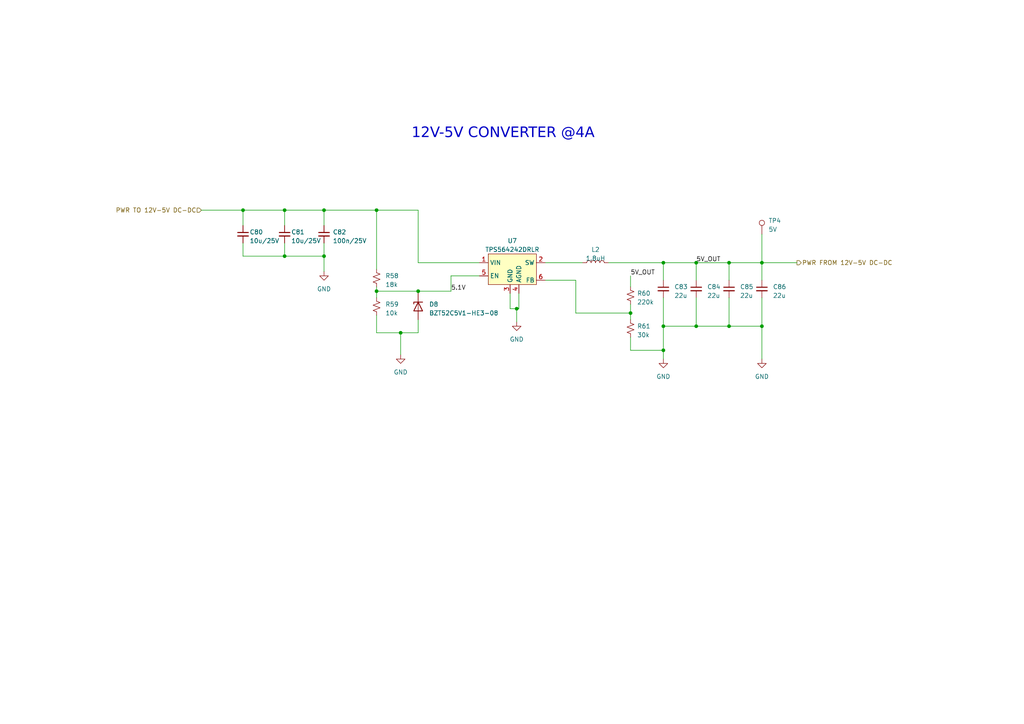
<source format=kicad_sch>
(kicad_sch (version 20230121) (generator eeschema)
  (paper "A4")
  (lib_symbols
    (symbol "Connector:TestPoint" (pin_numbers hide) (pin_names (offset 0.762) hide)
      (property "Reference" "TP" (at 0 6.858 0))
      (property "Value" "TestPoint" (at 0 5.08 0))
      (symbol "TestPoint_0_1"
        (circle (center 0 3.302) (radius 0.762))
      )
      (symbol "TestPoint_1_1"
        (pin passive line (at 0 0 90) (length 2.54) (name "1") (number "1"))
      )
    )
    (symbol "Device:C_Small" (pin_numbers hide) (pin_names (offset 0.254) hide)
      (property "Reference" "C" (at 0.254 1.778 0))
      (property "Value" "C_Small" (at 0.254 -2.032 0))
      (symbol "C_Small_0_1"
        (polyline (pts (xy -1.524 -0.508) (xy 1.524 -0.508)) (stroke (width 0.3302)))
        (polyline (pts (xy -1.524 0.508) (xy 1.524 0.508)) (stroke (width 0.3048)))
      )
      (symbol "C_Small_1_1"
        (pin passive line (at 0 2.54 270) (length 2.032) (name "~") (number "1"))
        (pin passive line (at 0 -2.54 90) (length 2.032) (name "~") (number "2"))
      )
    )
    (symbol "Device:D_Zener" (pin_numbers hide) (pin_names (offset 1.016) hide)
      (property "Reference" "D" (at 0 2.54 0))
      (property "Value" "D_Zener" (at 0 -2.54 0))
      (symbol "D_Zener_0_1"
        (polyline (pts (xy 1.27 0) (xy -1.27 0)))
        (polyline (pts (xy -1.27 -1.27) (xy -1.27 1.27) (xy -0.762 1.27)) (stroke (width 0.254)))
        (polyline (pts (xy 1.27 -1.27) (xy 1.27 1.27) (xy -1.27 0) (xy 1.27 -1.27)) (stroke (width 0.254)))
      )
      (symbol "D_Zener_1_1"
        (pin passive line (at -3.81 0 0) (length 2.54) (name "K") (number "1"))
        (pin passive line (at 3.81 0 180) (length 2.54) (name "A") (number "2"))
      )
    )
    (symbol "Device:L" (pin_numbers hide) (pin_names (offset 1.016) hide)
      (property "Reference" "L" (at -1.27 0 90))
      (property "Value" "L" (at 1.905 0 90))
      (symbol "L_0_1"
        (arc (start 0 -2.54) (mid 0.6323 -1.905) (end 0 -1.27))
        (arc (start 0 -1.27) (mid 0.6323 -0.635) (end 0 0))
        (arc (start 0 0) (mid 0.6323 0.635) (end 0 1.27))
        (arc (start 0 1.27) (mid 0.6323 1.905) (end 0 2.54))
      )
      (symbol "L_1_1"
        (pin passive line (at 0 3.81 270) (length 1.27) (name "1") (number "1"))
        (pin passive line (at 0 -3.81 90) (length 1.27) (name "2") (number "2"))
      )
    )
    (symbol "Device:R_Small_US" (pin_numbers hide) (pin_names (offset 0.254) hide)
      (property "Reference" "R" (at 0.762 0.508 0))
      (property "Value" "R_Small_US" (at 0.762 -1.016 0))
      (symbol "R_Small_US_1_1"
        (polyline (pts (xy 0 0) (xy 1.016 -0.381) (xy 0 -0.762) (xy -1.016 -1.143) (xy 0 -1.524)))
        (polyline (pts (xy 0 1.524) (xy 1.016 1.143) (xy 0 0.762) (xy -1.016 0.381) (xy 0 0)))
        (pin passive line (at 0 2.54 270) (length 1.016) (name "~") (number "1"))
        (pin passive line (at 0 -2.54 90) (length 1.016) (name "~") (number "2"))
      )
    )
    (symbol "ECAD_Symbol:TPS564242DRLR"
      (property "Reference" "U" (at 0 7.62 0))
      (property "Value" "TPS564242DRLR" (at 0 10.16 0))
      (symbol "TPS564242DRLR_0_0"
        (pin power_in line (at -17.78 0 0) (length 2.54) (name "VIN") (number "1"))
        (pin output line (at 1.27 0 180) (length 2.54) (name "SW") (number "2"))
        (pin power_in line (at -8.89 -8.89 90) (length 2.54) (name "GND") (number "3"))
        (pin power_in line (at -6.35 -8.89 90) (length 2.54) (name "AGND") (number "4"))
        (pin input line (at -17.78 -3.81 0) (length 2.54) (name "EN") (number "5"))
        (pin input line (at 1.27 -5.08 180) (length 2.54) (name "FB") (number "6"))
      )
      (symbol "TPS564242DRLR_0_1"
        (rectangle (start -15.24 2.54) (end -1.27 -6.35) (fill (type background)))
      )
    )
    (symbol "power:GND" (power) (pin_names (offset 0))
      (property "Value" "GND" (at 0 -3.81 0))
      (symbol "GND_0_1"
        (polyline (pts (xy 0 0) (xy 0 -1.27) (xy 1.27 -1.27) (xy 0 -2.54) (xy -1.27 -1.27) (xy 0 -1.27)))
      )
      (symbol "GND_1_1"
        (pin power_in line (at 0 0 270) (length 0) hide (name "GND") (number "1"))
      )
    )
  )
  (junction (at 220.98 94.615))
  (junction (at 211.455 94.615))
  (junction (at 211.455 76.2))
  (junction (at 93.98 74.295))
  (junction (at 121.285 84.455))
  (junction (at 192.405 94.615))
  (junction (at 109.22 84.455))
  (junction (at 192.405 76.2))
  (junction (at 192.405 101.6))
  (junction (at 149.86 89.535))
  (junction (at 220.98 76.2))
  (junction (at 182.88 90.805))
  (junction (at 116.205 96.52))
  (junction (at 93.98 60.96))
  (junction (at 109.22 60.96))
  (junction (at 201.93 94.615))
  (junction (at 82.55 60.96))
  (junction (at 82.55 74.295))
  (junction (at 201.93 76.2))
  (junction (at 70.485 60.96))
  (wire (pts (xy 182.88 88.265) (xy 182.88 90.805)))
  (wire (pts (xy 182.88 90.805) (xy 182.88 92.71)))
  (wire (pts (xy 192.405 101.6) (xy 192.405 104.14)))
  (wire (pts (xy 220.98 67.945) (xy 220.98 76.2)))
  (wire (pts (xy 201.93 76.2) (xy 211.455 76.2)))
  (wire (pts (xy 220.98 76.2) (xy 220.98 81.28)))
  (wire (pts (xy 93.98 70.485) (xy 93.98 74.295)))
  (wire (pts (xy 220.98 76.2) (xy 231.14 76.2)))
  (wire (pts (xy 116.205 96.52) (xy 116.205 102.87)))
  (wire (pts (xy 121.285 92.71) (xy 121.285 96.52)))
  (wire (pts (xy 121.285 84.455) (xy 109.22 84.455)))
  (wire (pts (xy 149.86 89.535) (xy 150.495 89.535)))
  (wire (pts (xy 220.98 94.615) (xy 220.98 104.14)))
  (wire (pts (xy 201.93 94.615) (xy 211.455 94.615)))
  (wire (pts (xy 182.88 80.01) (xy 182.88 83.185)))
  (wire (pts (xy 109.22 96.52) (xy 116.205 96.52)))
  (wire (pts (xy 201.93 76.2) (xy 201.93 81.28)))
  (wire (pts (xy 70.485 70.485) (xy 70.485 74.295)))
  (wire (pts (xy 211.455 76.2) (xy 220.98 76.2)))
  (wire (pts (xy 121.285 85.09) (xy 121.285 84.455)))
  (wire (pts (xy 121.285 60.96) (xy 121.285 76.2)))
  (wire (pts (xy 82.55 74.295) (xy 93.98 74.295)))
  (wire (pts (xy 211.455 76.2) (xy 211.455 81.28)))
  (wire (pts (xy 130.81 80.01) (xy 130.81 84.455)))
  (wire (pts (xy 182.88 97.79) (xy 182.88 101.6)))
  (wire (pts (xy 192.405 86.36) (xy 192.405 94.615)))
  (wire (pts (xy 93.98 60.96) (xy 109.22 60.96)))
  (wire (pts (xy 167.005 90.805) (xy 182.88 90.805)))
  (wire (pts (xy 147.955 89.535) (xy 149.86 89.535)))
  (wire (pts (xy 109.22 84.455) (xy 109.22 86.36)))
  (wire (pts (xy 93.98 74.295) (xy 93.98 78.74)))
  (wire (pts (xy 121.285 84.455) (xy 130.81 84.455)))
  (wire (pts (xy 192.405 94.615) (xy 192.405 101.6)))
  (wire (pts (xy 167.005 81.28) (xy 167.005 90.805)))
  (wire (pts (xy 150.495 85.09) (xy 150.495 89.535)))
  (wire (pts (xy 192.405 76.2) (xy 201.93 76.2)))
  (wire (pts (xy 201.93 86.36) (xy 201.93 94.615)))
  (wire (pts (xy 121.285 76.2) (xy 139.065 76.2)))
  (wire (pts (xy 109.22 60.96) (xy 121.285 60.96)))
  (wire (pts (xy 70.485 74.295) (xy 82.55 74.295)))
  (wire (pts (xy 176.53 76.2) (xy 192.405 76.2)))
  (wire (pts (xy 220.98 86.36) (xy 220.98 94.615)))
  (wire (pts (xy 211.455 86.36) (xy 211.455 94.615)))
  (wire (pts (xy 82.55 60.96) (xy 93.98 60.96)))
  (wire (pts (xy 70.485 65.405) (xy 70.485 60.96)))
  (wire (pts (xy 149.86 89.535) (xy 149.86 93.345)))
  (wire (pts (xy 109.22 91.44) (xy 109.22 96.52)))
  (wire (pts (xy 109.22 60.96) (xy 109.22 78.105)))
  (wire (pts (xy 93.98 60.96) (xy 93.98 65.405)))
  (wire (pts (xy 158.115 76.2) (xy 168.91 76.2)))
  (wire (pts (xy 121.285 96.52) (xy 116.205 96.52)))
  (wire (pts (xy 58.42 60.96) (xy 70.485 60.96)))
  (wire (pts (xy 139.065 80.01) (xy 130.81 80.01)))
  (wire (pts (xy 147.955 85.09) (xy 147.955 89.535)))
  (wire (pts (xy 82.55 70.485) (xy 82.55 74.295)))
  (wire (pts (xy 192.405 76.2) (xy 192.405 81.28)))
  (wire (pts (xy 182.88 101.6) (xy 192.405 101.6)))
  (wire (pts (xy 109.22 83.185) (xy 109.22 84.455)))
  (wire (pts (xy 70.485 60.96) (xy 82.55 60.96)))
  (wire (pts (xy 82.55 60.96) (xy 82.55 65.405)))
  (wire (pts (xy 211.455 94.615) (xy 220.98 94.615)))
  (wire (pts (xy 158.115 81.28) (xy 167.005 81.28)))
  (wire (pts (xy 192.405 94.615) (xy 201.93 94.615)))
  (text "12V-5V CONVERTER @4A" (at 119.38 41.275 0) (effects (font (size 3 3)) (justify left bottom)))
  (label "5.1V " (at 130.81 84.455 0))
  (label "5V_OUT" (at 182.88 80.01 0))
  (label "5V_OUT" (at 201.93 76.2 0))
  (hierarchical_label "PWR TO 12V-5V DC-DC" (shape input) (at 58.42 60.96 180))
  (hierarchical_label "PWR FROM 12V-5V DC-DC" (shape output) (at 231.14 76.2 0))
  (symbol (lib_id "power:GND") (at 220.98 104.14 0) (unit 1)
    (property "Reference" "#PWR068" (effects hide))
    (property "Value" "GND" (at 220.98 109.22 0))
  )
  (symbol (lib_id "Device:L") (at 172.72 76.2 90) (unit 1)
    (property "Reference" "L2" (at 172.72 72.39 90))
    (property "Value" "1.8uH" (at 172.72 74.93 90))
    (property "Footprint" "ECAD_footprint:SWPA6045S1R8NT" (effects hide))
    (property "MPN" "SWPA6045S1R8NT" (effects hide))
  )
  (symbol (lib_id "Device:C_Small") (at 192.405 83.82 0) (unit 1)
    (property "Reference" "C83" (at 195.58 83.1913 0) (effects (justify left)))
    (property "Value" "22u" (at 195.58 85.7313 0) (effects (justify left)))
    (property "Footprint" "Capacitor_SMD:C_0603_1608Metric" (effects hide))
  )
  (symbol (lib_id "power:GND") (at 93.98 78.74 0) (unit 1)
    (property "Reference" "#PWR064" (effects hide))
    (property "Value" "GND" (at 93.98 83.82 0))
  )
  (symbol (lib_id "power:GND") (at 149.86 93.345 0) (unit 1)
    (property "Reference" "#PWR066" (effects hide))
    (property "Value" "GND" (at 149.86 98.425 0))
  )
  (symbol (lib_id "power:GND") (at 192.405 104.14 0) (unit 1)
    (property "Reference" "#PWR067" (effects hide))
    (property "Value" "GND" (at 192.405 109.22 0))
  )
  (symbol (lib_id "Device:C_Small") (at 82.55 67.945 0) (unit 1)
    (property "Reference" "C81" (at 84.455 67.31 0) (effects (justify left)))
    (property "Value" "10u/25V" (at 84.455 69.85 0) (effects (justify left)))
    (property "Footprint" "Capacitor_SMD:C_0603_1608Metric" (effects hide))
  )
  (symbol (lib_id "ECAD_Symbol:TPS564242DRLR") (at 156.845 76.2 0) (unit 1)
    (property "Reference" "U7" (at 148.59 69.85 0))
    (property "Value" "TPS564242DRLR" (at 148.59 72.39 0))
    (property "Footprint" "Package_TO_SOT_SMD:SOT-563" (effects hide))
    (property "Datasheet" "https://www.ti.com/lit/ds/symlink/tps564242.pdf?ts=1689240336727&ref_url=https%253A%252F%252Fwww.google.com%252F" (effects hide))
  )
  (symbol (lib_id "Device:R_Small_US") (at 109.22 88.9 0) (unit 1)
    (property "Reference" "R59" (at 111.76 88.265 0) (effects (justify left)))
    (property "Value" "10k" (at 111.76 90.805 0) (effects (justify left)))
    (property "Footprint" "Resistor_SMD:R_0402_1005Metric" (effects hide))
  )
  (symbol (lib_id "Device:C_Small") (at 70.485 67.945 0) (unit 1)
    (property "Reference" "C80" (at 72.39 67.31 0) (effects (justify left)))
    (property "Value" "10u/25V" (at 72.39 69.85 0) (effects (justify left)))
    (property "Footprint" "Capacitor_SMD:C_0603_1608Metric" (effects hide))
  )
  (symbol (lib_id "Device:C_Small") (at 211.455 83.82 0) (unit 1)
    (property "Reference" "C85" (at 214.63 83.1913 0) (effects (justify left)))
    (property "Value" "22u" (at 214.63 85.7313 0) (effects (justify left)))
    (property "Footprint" "Capacitor_SMD:C_0603_1608Metric" (effects hide))
  )
  (symbol (lib_id "Device:R_Small_US") (at 182.88 95.25 0) (unit 1)
    (property "Reference" "R61" (at 184.785 94.615 0) (effects (justify left)))
    (property "Value" "30k" (at 184.785 97.155 0) (effects (justify left)))
    (property "Footprint" "Resistor_SMD:R_0402_1005Metric" (effects hide))
  )
  (symbol (lib_id "power:GND") (at 116.205 102.87 0) (unit 1)
    (property "Reference" "#PWR065" (effects hide))
    (property "Value" "GND" (at 116.205 107.95 0))
  )
  (symbol (lib_id "Device:C_Small") (at 93.98 67.945 0) (unit 1)
    (property "Reference" "C82" (at 96.52 67.3163 0) (effects (justify left)))
    (property "Value" "100n/25V" (at 96.52 69.8563 0) (effects (justify left)))
    (property "Footprint" "Capacitor_SMD:C_0402_1005Metric" (effects hide))
  )
  (symbol (lib_id "Device:C_Small") (at 201.93 83.82 0) (unit 1)
    (property "Reference" "C84" (at 205.105 83.1913 0) (effects (justify left)))
    (property "Value" "22u" (at 205.105 85.7313 0) (effects (justify left)))
    (property "Footprint" "Capacitor_SMD:C_0603_1608Metric" (effects hide))
  )
  (symbol (lib_id "Device:R_Small_US") (at 109.22 80.645 0) (unit 1)
    (property "Reference" "R58" (at 111.76 80.01 0) (effects (justify left)))
    (property "Value" "18k" (at 111.76 82.55 0) (effects (justify left)))
    (property "Footprint" "Resistor_SMD:R_0402_1005Metric" (effects hide))
  )
  (symbol (lib_id "Device:D_Zener") (at 121.285 88.9 90) (mirror x) (unit 1)
    (property "Reference" "D8" (at 124.46 88.265 90) (effects (justify right)))
    (property "Value" "BZT52C5V1-HE3-08" (at 124.46 90.805 90) (effects (justify right)))
    (property "Footprint" "Diode_SMD:D_SOD-123" (effects hide))
  )
  (symbol (lib_id "Device:C_Small") (at 220.98 83.82 0) (unit 1)
    (property "Reference" "C86" (at 224.155 83.1913 0) (effects (justify left)))
    (property "Value" "22u" (at 224.155 85.7313 0) (effects (justify left)))
    (property "Footprint" "Capacitor_SMD:C_0603_1608Metric" (effects hide))
  )
  (symbol (lib_id "Device:R_Small_US") (at 182.88 85.725 0) (unit 1)
    (property "Reference" "R60" (at 184.785 85.09 0) (effects (justify left)))
    (property "Value" "220k" (at 184.785 87.63 0) (effects (justify left)))
    (property "Footprint" "Resistor_SMD:R_0402_1005Metric" (effects hide))
  )
  (symbol (lib_id "Connector:TestPoint") (at 220.98 67.945 0) (mirror y) (unit 1)
    (property "Reference" "TP4" (at 222.885 64.008 0) (effects (justify right)))
    (property "Value" "5V" (at 222.885 66.548 0) (effects (justify right)))
    (property "Footprint" "TestPoint:TestPoint_Pad_D1.0mm" (effects hide))
  )
)
</source>
